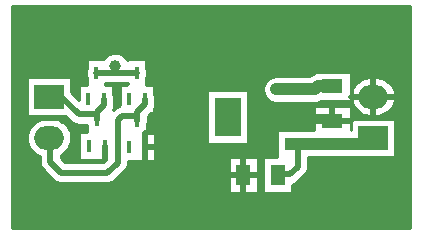
<source format=gbl>
G04 DipTrace 2.4.0.2*
%INLaserreguv2.GBL*%
%MOMM*%
%ADD10C,0.25*%
%ADD13C,0.33*%
%ADD14C,0.5*%
%ADD15C,1.0*%
%ADD17R,0.3X1.1*%
%ADD20R,2.5X2.0*%
%ADD21O,2.5X2.0*%
%ADD22R,1.8X1.2*%
%ADD23R,1.2X1.8*%
%ADD25R,2.2X3.3*%
%ADD26R,2.2X1.0*%
%FSLAX53Y53*%
G04*
G71*
G90*
G75*
G01*
%LNBottom*%
%LPD*%
X24850Y10050D2*
D13*
X24900Y10000D1*
D14*
X27800D1*
Y9700D1*
X24850Y12350D2*
D15*
X23059D1*
X24850D2*
X26300D1*
X26550Y12600D1*
X27800D1*
X8450Y11550D2*
D14*
Y11050D1*
X7830Y10430D1*
Y10250D1*
Y9800D1*
X3800Y11750D2*
X4800D1*
X6300Y10250D1*
X7830D1*
X11900Y11550D2*
Y11100D1*
X11280Y10480D1*
Y10100D1*
Y9700D1*
X3800Y8250D2*
X3900Y8150D1*
Y6200D1*
X4800Y5300D1*
X8750D1*
X9600Y6150D1*
Y9750D1*
X9950Y10100D1*
X11280D1*
X23150Y5100D2*
X23200Y5150D1*
X24200D1*
X24850Y5800D1*
Y7750D1*
D15*
X31450D1*
X31950Y8250D1*
X31250D1*
X7780Y13750D2*
D14*
X9411D1*
X11230D1*
X9411D2*
Y14339D1*
D15*
X23059Y12350D3*
X9411Y14339D3*
X5950Y7600D3*
X650Y19128D2*
D10*
X34350D1*
X650Y18882D2*
X34350D1*
X650Y18635D2*
X34350D1*
X650Y18388D2*
X34350D1*
X650Y18142D2*
X34350D1*
X650Y17895D2*
X34350D1*
X650Y17648D2*
X34350D1*
X650Y17402D2*
X34350D1*
X650Y17155D2*
X34350D1*
X650Y16908D2*
X34350D1*
X650Y16662D2*
X34350D1*
X650Y16415D2*
X34350D1*
X650Y16168D2*
X34350D1*
X650Y15922D2*
X34350D1*
X650Y15675D2*
X34350D1*
X650Y15428D2*
X9067D1*
X9754D2*
X34350D1*
X650Y15182D2*
X8625D1*
X10195D2*
X34350D1*
X650Y14935D2*
X8422D1*
X10402D2*
X34350D1*
X650Y14688D2*
X6969D1*
X12039D2*
X34350D1*
X650Y14442D2*
X6969D1*
X12039D2*
X34350D1*
X650Y14195D2*
X6969D1*
X12039D2*
X34350D1*
X650Y13948D2*
X6891D1*
X12117D2*
X34350D1*
X650Y13702D2*
X6871D1*
X12140D2*
X26239D1*
X29359D2*
X34350D1*
X650Y13455D2*
X6922D1*
X12089D2*
X22778D1*
X29359D2*
X34350D1*
X650Y13208D2*
X1891D1*
X5711D2*
X6969D1*
X12039D2*
X22293D1*
X29359D2*
X30235D1*
X32265D2*
X34350D1*
X650Y12962D2*
X1891D1*
X5711D2*
X6969D1*
X12039D2*
X22079D1*
X29359D2*
X29879D1*
X32621D2*
X34350D1*
X650Y12715D2*
X1891D1*
X5711D2*
X6301D1*
X9261D2*
X9750D1*
X12711D2*
X21961D1*
X29359D2*
X29657D1*
X32843D2*
X34350D1*
X650Y12468D2*
X1891D1*
X5711D2*
X6301D1*
X9261D2*
X9750D1*
X12711D2*
X21907D1*
X29359D2*
X29508D1*
X32992D2*
X34350D1*
X650Y12222D2*
X1891D1*
X5711D2*
X6301D1*
X9261D2*
X9750D1*
X12711D2*
X17192D1*
X20711D2*
X21907D1*
X33089D2*
X34350D1*
X650Y11975D2*
X1891D1*
X5851D2*
X6301D1*
X9261D2*
X9750D1*
X12711D2*
X17192D1*
X20711D2*
X21965D1*
X33144D2*
X34350D1*
X650Y11728D2*
X1891D1*
X6097D2*
X6301D1*
X9343D2*
X9750D1*
X12793D2*
X17192D1*
X20711D2*
X22086D1*
X33160D2*
X34350D1*
X650Y11482D2*
X1891D1*
X9359D2*
X9750D1*
X12808D2*
X17192D1*
X20711D2*
X22305D1*
X33136D2*
X34350D1*
X650Y11235D2*
X1891D1*
X9359D2*
X9750D1*
X12808D2*
X17192D1*
X20711D2*
X22825D1*
X26609D2*
X29422D1*
X33078D2*
X34350D1*
X650Y10988D2*
X1891D1*
X9359D2*
X9750D1*
X12804D2*
X17192D1*
X20711D2*
X29528D1*
X32972D2*
X34350D1*
X650Y10742D2*
X1891D1*
X12734D2*
X17192D1*
X20711D2*
X26239D1*
X29359D2*
X29688D1*
X32812D2*
X34350D1*
X650Y10495D2*
X1891D1*
X12711D2*
X17192D1*
X20711D2*
X26239D1*
X29359D2*
X29926D1*
X32574D2*
X34350D1*
X650Y10248D2*
X1891D1*
X12324D2*
X17192D1*
X20711D2*
X26239D1*
X29359D2*
X30329D1*
X32171D2*
X34350D1*
X650Y10002D2*
X5274D1*
X12191D2*
X17192D1*
X20711D2*
X26239D1*
X29359D2*
X34350D1*
X650Y9755D2*
X2887D1*
X4714D2*
X5520D1*
X12191D2*
X17192D1*
X20711D2*
X26239D1*
X33160D2*
X34350D1*
X650Y9508D2*
X2481D1*
X5117D2*
X5793D1*
X12168D2*
X17192D1*
X20711D2*
X26239D1*
X33160D2*
X34350D1*
X650Y9262D2*
X2243D1*
X5359D2*
X7020D1*
X12089D2*
X17192D1*
X20711D2*
X26239D1*
X33160D2*
X34350D1*
X650Y9015D2*
X2079D1*
X5519D2*
X7020D1*
X12089D2*
X17192D1*
X20711D2*
X26239D1*
X33160D2*
X34350D1*
X650Y8768D2*
X1973D1*
X5625D2*
X6352D1*
X12089D2*
X17192D1*
X20711D2*
X23090D1*
X33160D2*
X34350D1*
X650Y8522D2*
X1914D1*
X5687D2*
X6352D1*
X12761D2*
X17192D1*
X20711D2*
X23090D1*
X33160D2*
X34350D1*
X650Y8275D2*
X1891D1*
X5711D2*
X6352D1*
X12761D2*
X17192D1*
X20711D2*
X23090D1*
X33160D2*
X34350D1*
X650Y8028D2*
X1907D1*
X5695D2*
X6352D1*
X12761D2*
X17192D1*
X20711D2*
X23090D1*
X33160D2*
X34350D1*
X650Y7782D2*
X1957D1*
X5640D2*
X6352D1*
X12761D2*
X17192D1*
X20711D2*
X23090D1*
X33160D2*
X34350D1*
X650Y7535D2*
X2055D1*
X5546D2*
X6352D1*
X12761D2*
X23090D1*
X33160D2*
X34350D1*
X650Y7288D2*
X2204D1*
X5398D2*
X6352D1*
X12761D2*
X23090D1*
X33160D2*
X34350D1*
X650Y7042D2*
X2422D1*
X5175D2*
X6352D1*
X12761D2*
X23090D1*
X33160D2*
X34350D1*
X650Y6795D2*
X2782D1*
X4820D2*
X6352D1*
X12761D2*
X23090D1*
X33160D2*
X34350D1*
X650Y6548D2*
X2989D1*
X4828D2*
X6352D1*
X12761D2*
X18989D1*
X21511D2*
X21891D1*
X25761D2*
X34350D1*
X650Y6302D2*
X2989D1*
X5074D2*
X8477D1*
X10511D2*
X18989D1*
X21511D2*
X21891D1*
X25761D2*
X34350D1*
X650Y6055D2*
X3000D1*
X10504D2*
X18989D1*
X21511D2*
X21891D1*
X25761D2*
X34350D1*
X650Y5808D2*
X3082D1*
X10441D2*
X18989D1*
X21511D2*
X21891D1*
X25761D2*
X34350D1*
X650Y5562D2*
X3262D1*
X10285D2*
X18989D1*
X21511D2*
X21891D1*
X25726D2*
X34350D1*
X650Y5315D2*
X3508D1*
X10043D2*
X18989D1*
X21511D2*
X21891D1*
X25617D2*
X34350D1*
X650Y5068D2*
X3754D1*
X9793D2*
X18989D1*
X21511D2*
X21891D1*
X25394D2*
X34350D1*
X650Y4822D2*
X4000D1*
X9546D2*
X18989D1*
X21511D2*
X21891D1*
X25148D2*
X34350D1*
X650Y4575D2*
X4270D1*
X9281D2*
X18989D1*
X21511D2*
X21891D1*
X24902D2*
X34350D1*
X650Y4328D2*
X18989D1*
X21511D2*
X21891D1*
X24554D2*
X34350D1*
X650Y4082D2*
X18989D1*
X21511D2*
X21891D1*
X24410D2*
X34350D1*
X650Y3835D2*
X18989D1*
X21511D2*
X21891D1*
X24410D2*
X34350D1*
X650Y3588D2*
X18989D1*
X21511D2*
X21891D1*
X24410D2*
X34350D1*
X650Y3342D2*
X34350D1*
X650Y3095D2*
X34350D1*
X650Y2848D2*
X34350D1*
X650Y2602D2*
X34350D1*
X650Y2355D2*
X34350D1*
X650Y2108D2*
X34350D1*
X650Y1862D2*
X34350D1*
X650Y1615D2*
X34350D1*
X650Y1368D2*
X34350D1*
X650Y1122D2*
X34350D1*
X650Y875D2*
X34350D1*
X650Y628D2*
X34350D1*
X8567Y12735D2*
X9235D1*
Y11958D1*
X9291Y11826D1*
X9321Y11705D1*
X9335Y11550D1*
Y11050D1*
X9326Y10925D1*
X9300Y10803D1*
X9238Y10647D1*
X9324Y10726D1*
X9419Y10808D1*
X9523Y10875D1*
X9637Y10928D1*
X9760Y10964D1*
X9775Y10990D1*
Y12735D1*
X10443D1*
X10445Y12866D1*
X8563Y12865D1*
X8565Y12736D1*
X6450Y12735D2*
X6993D1*
X6995Y13342D1*
X6934Y13489D1*
X6906Y13610D1*
X6895Y13735D1*
X6902Y13860D1*
X6926Y13982D1*
X6994Y14152D1*
X6995Y14935D1*
X8444D1*
X8552Y15081D1*
X8639Y15171D1*
X8735Y15251D1*
X8840Y15320D1*
X8951Y15377D1*
X9068Y15421D1*
X9189Y15452D1*
X9313Y15470D1*
X9437Y15474D1*
X9562Y15464D1*
X9685Y15441D1*
X9804Y15404D1*
X9919Y15354D1*
X10027Y15292D1*
X10128Y15219D1*
X10221Y15134D1*
X10303Y15041D1*
X10375Y14938D1*
X10445Y14804D1*
Y14935D1*
X12015D1*
Y14158D1*
X12076Y14011D1*
X12104Y13890D1*
X12115Y13765D1*
X12108Y13640D1*
X12084Y13518D1*
X12016Y13348D1*
X12015Y12736D1*
X12685Y12735D1*
Y11958D1*
X12741Y11826D1*
X12771Y11705D1*
X12785Y11550D1*
Y11100D1*
X12776Y10975D1*
X12750Y10853D1*
X12688Y10697D1*
X12685Y10365D1*
X12415D1*
X12164Y10112D1*
X12165Y9700D1*
X12156Y9575D1*
X12130Y9453D1*
X12066Y9298D1*
X12065Y8685D1*
X12735D1*
Y6315D1*
X10485D1*
X10476Y6025D1*
X10450Y5903D1*
X10407Y5786D1*
X10347Y5676D1*
X10226Y5524D1*
X9376Y4674D1*
X9281Y4592D1*
X9177Y4525D1*
X9063Y4472D1*
X8944Y4436D1*
X8750Y4415D1*
X4800D1*
X4675Y4424D1*
X4553Y4450D1*
X4436Y4493D1*
X4326Y4553D1*
X4174Y4674D1*
X3274Y5574D1*
X3192Y5669D1*
X3125Y5773D1*
X3072Y5887D1*
X3036Y6006D1*
X3015Y6200D1*
Y6704D1*
X2776Y6810D1*
X2565Y6945D1*
X2378Y7110D1*
X2218Y7302D1*
X2089Y7516D1*
X1994Y7747D1*
X1936Y7990D1*
X1915Y8238D1*
X1932Y8488D1*
X1987Y8731D1*
X2079Y8964D1*
X2205Y9179D1*
X2362Y9373D1*
X2547Y9541D1*
X2755Y9679D1*
X2982Y9783D1*
X3222Y9852D1*
X3470Y9883D1*
X4050Y9885D1*
X4220Y9876D1*
X4466Y9831D1*
X4702Y9750D1*
X4922Y9633D1*
X5123Y9484D1*
X5298Y9306D1*
X5445Y9104D1*
X5558Y8881D1*
X5637Y8644D1*
X5678Y8398D1*
X5685Y8250D1*
X5666Y8001D1*
X5609Y7758D1*
X5516Y7526D1*
X5389Y7311D1*
X5230Y7118D1*
X5044Y6952D1*
X4835Y6816D1*
X4782Y6789D1*
X4785Y6568D1*
X5169Y6182D1*
X5800Y6185D1*
X8389Y6191D1*
X8610Y6415D1*
X6375D1*
Y8785D1*
X7043D1*
X7045Y9369D1*
X6455Y9365D1*
X6175Y9374D1*
X6053Y9400D1*
X5936Y9443D1*
X5826Y9503D1*
X5674Y9624D1*
X5185Y10113D1*
X1915Y10115D1*
Y13385D1*
X5685D1*
X5691Y12111D1*
X6323Y11478D1*
X6325Y12735D1*
X6450D1*
X26390Y13835D2*
X29335D1*
Y11365D1*
X26862D1*
X26730Y11299D1*
X26608Y11258D1*
X26585Y11235D1*
Y11215D1*
X23115Y11219D1*
X23059Y11215D1*
X22935Y11222D1*
X22811Y11242D1*
X22691Y11276D1*
X22575Y11323D1*
X22466Y11383D1*
X22363Y11454D1*
X22269Y11536D1*
X22184Y11628D1*
X22110Y11728D1*
X22047Y11837D1*
X21997Y11951D1*
X21960Y12070D1*
X21935Y12193D1*
X21925Y12317D1*
X21928Y12442D1*
X21945Y12566D1*
X21976Y12687D1*
X22019Y12804D1*
X22075Y12916D1*
X22144Y13020D1*
X22223Y13117D1*
X22312Y13204D1*
X22411Y13281D1*
X22517Y13347D1*
X22630Y13401D1*
X22748Y13441D1*
X22870Y13469D1*
X23059Y13485D1*
X25841Y13486D1*
X25942Y13559D1*
X26051Y13620D1*
X26120Y13651D1*
X26242Y13692D1*
X26265Y13740D1*
Y13835D1*
X26390D1*
X26290Y10935D2*
X29335D1*
Y8884D1*
X29362Y8885D1*
X29365Y9885D1*
X33135D1*
Y6615D1*
X29365Y6619D1*
X28950Y6615D1*
X25737D1*
X25735Y5800D1*
X25726Y5675D1*
X25700Y5553D1*
X25657Y5436D1*
X25597Y5326D1*
X25476Y5174D1*
X24826Y4524D1*
X24731Y4442D1*
X24627Y4375D1*
X24513Y4322D1*
X24390Y4286D1*
X24385Y4010D1*
Y3565D1*
X21915D1*
Y6635D1*
X23114D1*
X23115Y8885D1*
X26265Y8890D1*
Y10935D1*
X26290D1*
X19040Y6635D2*
X21485D1*
Y3565D1*
X19015D1*
Y6635D1*
X19040D1*
X17340Y12335D2*
X20685D1*
Y7765D1*
X17215D1*
Y12335D1*
X17340D1*
X31030Y10115D2*
X30819Y10125D1*
X30622Y10159D1*
X30430Y10217D1*
X30248Y10298D1*
X30076Y10401D1*
X29918Y10524D1*
X29777Y10665D1*
X29654Y10822D1*
X29551Y10993D1*
X29469Y11176D1*
X29410Y11367D1*
X29376Y11564D1*
X29365Y11763D1*
X29379Y11963D1*
X29417Y12159D1*
X29479Y12349D1*
X29563Y12530D1*
X29669Y12700D1*
X29795Y12855D1*
X29939Y12994D1*
X30099Y13114D1*
X30272Y13214D1*
X30456Y13292D1*
X30648Y13347D1*
X30845Y13378D1*
X31050Y13385D1*
X31620Y13381D1*
X31818Y13354D1*
X32012Y13303D1*
X32197Y13229D1*
X32372Y13133D1*
X32535Y13016D1*
X32681Y12880D1*
X32810Y12728D1*
X32920Y12560D1*
X33008Y12381D1*
X33074Y12192D1*
X33116Y11997D1*
X33134Y11798D1*
X33128Y11600D1*
X33098Y11403D1*
X33043Y11210D1*
X32966Y11026D1*
X32867Y10853D1*
X32747Y10693D1*
X32609Y10548D1*
X32454Y10422D1*
X32285Y10316D1*
X32104Y10231D1*
X31914Y10168D1*
X31718Y10130D1*
X31518Y10115D1*
X31000Y10116D1*
X625Y19250D2*
Y625D1*
X34375D1*
Y19375D1*
X625D1*
Y19250D1*
X8500Y7600D2*
D14*
Y6415D1*
X11950Y8685D2*
Y6315D1*
Y7500D2*
X12735D1*
X27800Y10935D2*
Y9700D1*
X26265D2*
X29335D1*
X20250Y6635D2*
Y3565D1*
X19015Y5100D2*
X21485D1*
X31250Y13385D2*
Y10115D1*
X29365Y11750D2*
X33135D1*
D17*
X8450Y11550D3*
X7110D3*
X7780Y13750D3*
X8500Y7600D3*
X7160D3*
X7830Y9800D3*
X11900Y11550D3*
X10560D3*
X11230Y13750D3*
X11950Y7500D3*
X10610D3*
X11280Y9700D3*
D20*
X3800Y11750D3*
D21*
Y8250D3*
D22*
X27800Y12600D3*
Y9700D3*
D23*
X23150Y5100D3*
X20250D3*
D25*
X18950Y10050D3*
D26*
X24850Y12350D3*
Y10050D3*
Y7750D3*
D20*
X31250Y8250D3*
D21*
Y11750D3*
M02*

</source>
